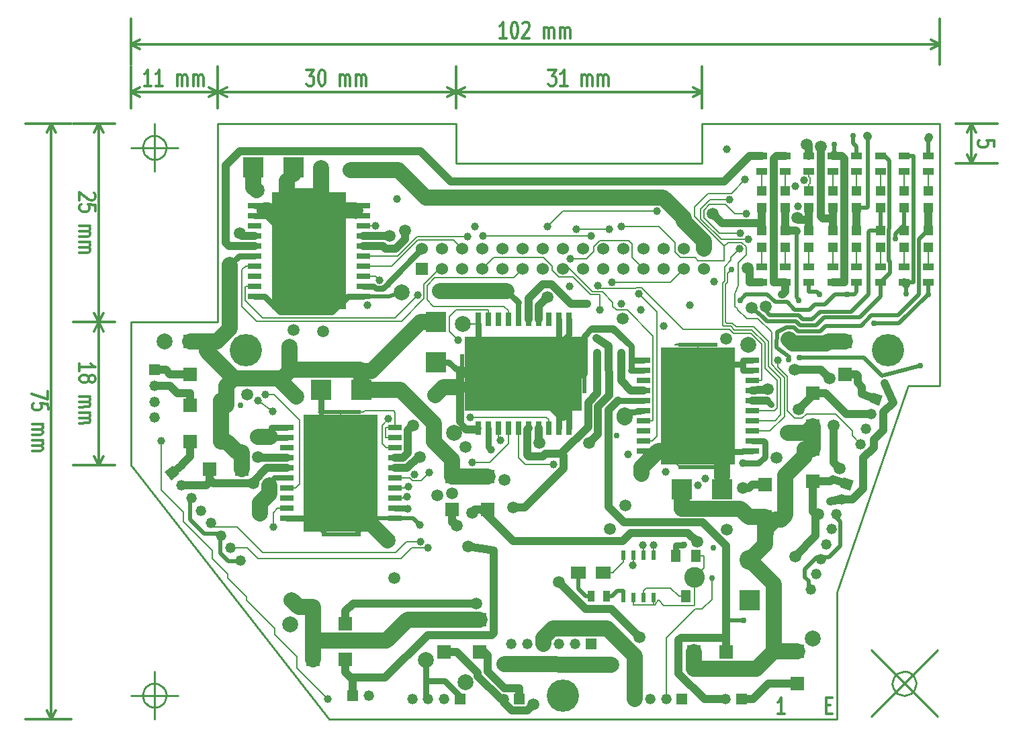
<source format=gtl>
G04 (created by PCBNEW-RS274X (2011-07-20 BZR 3052)-testing) date 2011-07-21 16:28:03*
G01*
G70*
G90*
%MOIN*%
G04 Gerber Fmt 3.4, Leading zero omitted, Abs format*
%FSLAX34Y34*%
G04 APERTURE LIST*
%ADD10C,0.006000*%
%ADD11C,0.012000*%
%ADD12C,0.008700*%
%ADD13C,0.160000*%
%ADD14R,0.020000X0.045000*%
%ADD15R,0.035000X0.055000*%
%ADD16R,0.055000X0.035000*%
%ADD17R,0.196900X0.023400*%
%ADD18R,0.066900X0.027600*%
%ADD19R,0.370100X0.582700*%
%ADD20R,0.023400X0.196900*%
%ADD21R,0.027600X0.066900*%
%ADD22R,0.582700X0.370100*%
%ADD23R,0.052000X0.052000*%
%ADD24C,0.052000*%
%ADD25C,0.060000*%
%ADD26R,0.060000X0.060000*%
%ADD27R,0.066900X0.070800*%
%ADD28R,0.070800X0.066900*%
%ADD29R,0.100300X0.098400*%
%ADD30R,0.098400X0.100300*%
%ADD31R,0.076700X0.059000*%
%ADD32R,0.100000X0.100000*%
%ADD33C,0.100000*%
%ADD34R,0.047200X0.047200*%
%ADD35R,0.050000X0.060000*%
%ADD36C,0.078800*%
%ADD37C,0.039400*%
%ADD38C,0.029500*%
%ADD39C,0.059200*%
%ADD40C,0.059100*%
%ADD41C,0.102400*%
%ADD42C,0.078800*%
%ADD43C,0.031500*%
%ADD44C,0.027400*%
%ADD45C,0.031600*%
%ADD46C,0.008000*%
%ADD47C,0.007900*%
%ADD48C,0.039400*%
%ADD49C,0.019700*%
G04 APERTURE END LIST*
G54D10*
G54D11*
X48298Y-42622D02*
X48498Y-42622D01*
X48584Y-43041D02*
X48298Y-43041D01*
X48298Y-42241D01*
X48584Y-42241D01*
X46235Y-43041D02*
X45892Y-43041D01*
X46064Y-43041D02*
X46064Y-42241D01*
X46007Y-42355D01*
X45949Y-42431D01*
X45892Y-42469D01*
G54D12*
X52363Y-26772D02*
X48819Y-37008D01*
X52756Y-41536D02*
X52744Y-41650D01*
X52711Y-41760D01*
X52657Y-41862D01*
X52584Y-41951D01*
X52495Y-42025D01*
X52394Y-42079D01*
X52284Y-42113D01*
X52170Y-42125D01*
X52056Y-42115D01*
X51945Y-42083D01*
X51843Y-42029D01*
X51754Y-41957D01*
X51680Y-41869D01*
X51624Y-41768D01*
X51589Y-41658D01*
X51577Y-41544D01*
X51586Y-41430D01*
X51618Y-41319D01*
X51671Y-41217D01*
X51742Y-41127D01*
X51830Y-41052D01*
X51930Y-40996D01*
X52040Y-40960D01*
X52154Y-40947D01*
X52268Y-40955D01*
X52379Y-40986D01*
X52482Y-41038D01*
X52572Y-41109D01*
X52648Y-41196D01*
X52704Y-41297D01*
X52741Y-41406D01*
X52755Y-41520D01*
X52756Y-41536D01*
X50513Y-39883D02*
X53819Y-43189D01*
X50513Y-43189D02*
X53819Y-39883D01*
X15551Y-42126D02*
X15539Y-42240D01*
X15506Y-42350D01*
X15452Y-42452D01*
X15379Y-42541D01*
X15290Y-42615D01*
X15189Y-42669D01*
X15079Y-42703D01*
X14965Y-42715D01*
X14851Y-42705D01*
X14740Y-42673D01*
X14638Y-42619D01*
X14549Y-42547D01*
X14475Y-42459D01*
X14419Y-42358D01*
X14384Y-42248D01*
X14372Y-42134D01*
X14381Y-42020D01*
X14413Y-41909D01*
X14466Y-41807D01*
X14537Y-41717D01*
X14625Y-41642D01*
X14725Y-41586D01*
X14835Y-41550D01*
X14949Y-41537D01*
X15063Y-41545D01*
X15174Y-41576D01*
X15277Y-41628D01*
X15367Y-41699D01*
X15443Y-41786D01*
X15499Y-41887D01*
X15536Y-41996D01*
X15550Y-42110D01*
X15551Y-42126D01*
X13780Y-42126D02*
X16142Y-42126D01*
X14961Y-40945D02*
X14961Y-43307D01*
X15551Y-14961D02*
X15539Y-15075D01*
X15506Y-15185D01*
X15452Y-15287D01*
X15379Y-15376D01*
X15290Y-15450D01*
X15189Y-15504D01*
X15079Y-15538D01*
X14965Y-15550D01*
X14851Y-15540D01*
X14740Y-15508D01*
X14638Y-15454D01*
X14549Y-15382D01*
X14475Y-15294D01*
X14419Y-15193D01*
X14384Y-15083D01*
X14372Y-14969D01*
X14381Y-14855D01*
X14413Y-14744D01*
X14466Y-14642D01*
X14537Y-14552D01*
X14625Y-14477D01*
X14725Y-14421D01*
X14835Y-14385D01*
X14949Y-14372D01*
X15063Y-14380D01*
X15174Y-14411D01*
X15277Y-14463D01*
X15367Y-14534D01*
X15443Y-14621D01*
X15499Y-14722D01*
X15536Y-14831D01*
X15550Y-14945D01*
X15551Y-14961D01*
X13780Y-14961D02*
X16142Y-14961D01*
X14961Y-13780D02*
X14961Y-16142D01*
G54D11*
X09677Y-27030D02*
X09678Y-27430D01*
X08878Y-27175D01*
X09679Y-27944D02*
X09678Y-27658D01*
X09297Y-27630D01*
X09335Y-27659D01*
X09374Y-27716D01*
X09374Y-27859D01*
X09336Y-27916D01*
X09298Y-27945D01*
X09222Y-27973D01*
X09032Y-27973D01*
X08955Y-27945D01*
X08917Y-27917D01*
X08879Y-27860D01*
X08879Y-27717D01*
X08916Y-27660D01*
X08954Y-27630D01*
X08880Y-28688D02*
X09414Y-28687D01*
X09337Y-28687D02*
X09375Y-28715D01*
X09414Y-28773D01*
X09415Y-28858D01*
X09376Y-28915D01*
X09300Y-28944D01*
X08881Y-28945D01*
X09300Y-28944D02*
X09376Y-28973D01*
X09415Y-29030D01*
X09415Y-29115D01*
X09376Y-29173D01*
X09300Y-29201D01*
X08881Y-29202D01*
X08882Y-29488D02*
X09416Y-29487D01*
X09339Y-29487D02*
X09377Y-29515D01*
X09416Y-29573D01*
X09416Y-29658D01*
X09377Y-29715D01*
X09301Y-29744D01*
X08882Y-29745D01*
X09301Y-29744D02*
X09377Y-29773D01*
X09416Y-29830D01*
X09416Y-29915D01*
X09377Y-29973D01*
X09302Y-30001D01*
X08883Y-30002D01*
X09844Y-13780D02*
X09844Y-43308D01*
X10827Y-13780D02*
X08564Y-13780D01*
X10827Y-43308D02*
X08564Y-43308D01*
X09844Y-43308D02*
X09614Y-42865D01*
X09844Y-43308D02*
X10074Y-42865D01*
X09844Y-13780D02*
X09614Y-14223D01*
X09844Y-13780D02*
X10074Y-14223D01*
X56627Y-14907D02*
X56627Y-14621D01*
X56246Y-14593D01*
X56284Y-14622D01*
X56322Y-14679D01*
X56322Y-14822D01*
X56284Y-14879D01*
X56246Y-14908D01*
X56170Y-14936D01*
X55980Y-14936D01*
X55903Y-14908D01*
X55865Y-14879D01*
X55827Y-14823D01*
X55827Y-14680D01*
X55865Y-14622D01*
X55903Y-14593D01*
X55511Y-13780D02*
X55511Y-15749D01*
X54725Y-13780D02*
X56791Y-13780D01*
X54725Y-15749D02*
X56791Y-15749D01*
X55511Y-15749D02*
X55281Y-15306D01*
X55511Y-15749D02*
X55741Y-15306D01*
X55511Y-13780D02*
X55281Y-14223D01*
X55511Y-13780D02*
X55741Y-14223D01*
X11240Y-26025D02*
X11239Y-25682D01*
X11240Y-25854D02*
X12040Y-25852D01*
X11926Y-25795D01*
X11850Y-25738D01*
X11811Y-25681D01*
X11698Y-26367D02*
X11736Y-26309D01*
X11774Y-26281D01*
X11850Y-26252D01*
X11888Y-26251D01*
X11964Y-26280D01*
X12003Y-26308D01*
X12041Y-26366D01*
X12041Y-26480D01*
X12003Y-26537D01*
X11965Y-26566D01*
X11889Y-26594D01*
X11851Y-26595D01*
X11775Y-26567D01*
X11736Y-26538D01*
X11698Y-26481D01*
X11698Y-26367D01*
X11660Y-26309D01*
X11621Y-26281D01*
X11545Y-26252D01*
X11393Y-26252D01*
X11316Y-26281D01*
X11279Y-26310D01*
X11241Y-26368D01*
X11241Y-26482D01*
X11279Y-26539D01*
X11317Y-26567D01*
X11394Y-26595D01*
X11546Y-26595D01*
X11622Y-26567D01*
X11660Y-26538D01*
X11698Y-26481D01*
X11242Y-27310D02*
X11776Y-27309D01*
X11699Y-27309D02*
X11737Y-27337D01*
X11776Y-27395D01*
X11777Y-27480D01*
X11738Y-27537D01*
X11662Y-27566D01*
X11243Y-27567D01*
X11662Y-27566D02*
X11738Y-27595D01*
X11777Y-27652D01*
X11777Y-27737D01*
X11738Y-27795D01*
X11662Y-27823D01*
X11243Y-27824D01*
X11244Y-28110D02*
X11778Y-28109D01*
X11701Y-28109D02*
X11739Y-28137D01*
X11778Y-28195D01*
X11778Y-28280D01*
X11739Y-28337D01*
X11663Y-28366D01*
X11244Y-28367D01*
X11663Y-28366D02*
X11739Y-28395D01*
X11778Y-28452D01*
X11778Y-28537D01*
X11739Y-28595D01*
X11664Y-28623D01*
X11245Y-28624D01*
X12206Y-23623D02*
X12206Y-30709D01*
X12993Y-23623D02*
X10926Y-23623D01*
X12993Y-30709D02*
X10926Y-30709D01*
X12206Y-30709D02*
X11976Y-30266D01*
X12206Y-30709D02*
X12436Y-30266D01*
X12206Y-23623D02*
X11976Y-24066D01*
X12206Y-23623D02*
X12436Y-24066D01*
X11963Y-17215D02*
X12001Y-17244D01*
X12040Y-17301D01*
X12040Y-17444D01*
X12002Y-17501D01*
X11964Y-17530D01*
X11888Y-17558D01*
X11812Y-17559D01*
X11697Y-17531D01*
X11239Y-17189D01*
X11240Y-17560D01*
X12041Y-18101D02*
X12040Y-17815D01*
X11659Y-17787D01*
X11697Y-17816D01*
X11736Y-17873D01*
X11736Y-18016D01*
X11698Y-18073D01*
X11660Y-18102D01*
X11584Y-18130D01*
X11394Y-18130D01*
X11317Y-18102D01*
X11279Y-18074D01*
X11241Y-18017D01*
X11241Y-17874D01*
X11278Y-17817D01*
X11316Y-17787D01*
X11242Y-18845D02*
X11776Y-18844D01*
X11699Y-18844D02*
X11737Y-18872D01*
X11776Y-18930D01*
X11777Y-19015D01*
X11738Y-19072D01*
X11662Y-19101D01*
X11243Y-19102D01*
X11662Y-19101D02*
X11738Y-19130D01*
X11777Y-19187D01*
X11777Y-19272D01*
X11738Y-19330D01*
X11662Y-19358D01*
X11243Y-19359D01*
X11244Y-19645D02*
X11778Y-19644D01*
X11701Y-19644D02*
X11739Y-19672D01*
X11778Y-19730D01*
X11778Y-19815D01*
X11739Y-19872D01*
X11663Y-19901D01*
X11244Y-19902D01*
X11663Y-19901D02*
X11739Y-19930D01*
X11778Y-19987D01*
X11778Y-20072D01*
X11739Y-20130D01*
X11664Y-20158D01*
X11245Y-20159D01*
X12206Y-13780D02*
X12206Y-23623D01*
X12993Y-13780D02*
X10926Y-13780D01*
X12993Y-23623D02*
X10926Y-23623D01*
X12206Y-23623D02*
X11976Y-23180D01*
X12206Y-23623D02*
X12436Y-23180D01*
X12206Y-13780D02*
X11976Y-14223D01*
X12206Y-13780D02*
X12436Y-14223D01*
X32430Y-09528D02*
X32087Y-09528D01*
X32259Y-09528D02*
X32259Y-08728D01*
X32202Y-08842D01*
X32144Y-08918D01*
X32087Y-08956D01*
X32801Y-08728D02*
X32858Y-08728D01*
X32915Y-08766D01*
X32944Y-08804D01*
X32973Y-08880D01*
X33001Y-09033D01*
X33001Y-09223D01*
X32973Y-09375D01*
X32944Y-09452D01*
X32915Y-09490D01*
X32858Y-09528D01*
X32801Y-09528D01*
X32744Y-09490D01*
X32715Y-09452D01*
X32687Y-09375D01*
X32658Y-09223D01*
X32658Y-09033D01*
X32687Y-08880D01*
X32715Y-08804D01*
X32744Y-08766D01*
X32801Y-08728D01*
X33229Y-08804D02*
X33258Y-08766D01*
X33315Y-08728D01*
X33458Y-08728D01*
X33515Y-08766D01*
X33544Y-08804D01*
X33572Y-08880D01*
X33572Y-08956D01*
X33544Y-09071D01*
X33201Y-09528D01*
X33572Y-09528D01*
X34286Y-09528D02*
X34286Y-08994D01*
X34286Y-09071D02*
X34314Y-09033D01*
X34372Y-08994D01*
X34457Y-08994D01*
X34514Y-09033D01*
X34543Y-09109D01*
X34543Y-09528D01*
X34543Y-09109D02*
X34572Y-09033D01*
X34629Y-08994D01*
X34714Y-08994D01*
X34772Y-09033D01*
X34800Y-09109D01*
X34800Y-09528D01*
X35086Y-09528D02*
X35086Y-08994D01*
X35086Y-09071D02*
X35114Y-09033D01*
X35172Y-08994D01*
X35257Y-08994D01*
X35314Y-09033D01*
X35343Y-09109D01*
X35343Y-09528D01*
X35343Y-09109D02*
X35372Y-09033D01*
X35429Y-08994D01*
X35514Y-08994D01*
X35572Y-09033D01*
X35600Y-09109D01*
X35600Y-09528D01*
X13780Y-09844D02*
X53937Y-09844D01*
X13780Y-10827D02*
X13780Y-08564D01*
X53937Y-10827D02*
X53937Y-08564D01*
X53937Y-09844D02*
X53494Y-10074D01*
X53937Y-09844D02*
X53494Y-09614D01*
X13780Y-09844D02*
X14223Y-10074D01*
X13780Y-09844D02*
X14223Y-09614D01*
X34511Y-11090D02*
X34882Y-11090D01*
X34682Y-11395D01*
X34768Y-11395D01*
X34825Y-11433D01*
X34854Y-11471D01*
X34882Y-11547D01*
X34882Y-11737D01*
X34854Y-11814D01*
X34825Y-11852D01*
X34768Y-11890D01*
X34596Y-11890D01*
X34539Y-11852D01*
X34511Y-11814D01*
X35453Y-11890D02*
X35110Y-11890D01*
X35282Y-11890D02*
X35282Y-11090D01*
X35225Y-11204D01*
X35167Y-11280D01*
X35110Y-11318D01*
X36167Y-11890D02*
X36167Y-11356D01*
X36167Y-11433D02*
X36195Y-11395D01*
X36253Y-11356D01*
X36338Y-11356D01*
X36395Y-11395D01*
X36424Y-11471D01*
X36424Y-11890D01*
X36424Y-11471D02*
X36453Y-11395D01*
X36510Y-11356D01*
X36595Y-11356D01*
X36653Y-11395D01*
X36681Y-11471D01*
X36681Y-11890D01*
X36967Y-11890D02*
X36967Y-11356D01*
X36967Y-11433D02*
X36995Y-11395D01*
X37053Y-11356D01*
X37138Y-11356D01*
X37195Y-11395D01*
X37224Y-11471D01*
X37224Y-11890D01*
X37224Y-11471D02*
X37253Y-11395D01*
X37310Y-11356D01*
X37395Y-11356D01*
X37453Y-11395D01*
X37481Y-11471D01*
X37481Y-11890D01*
X29922Y-12206D02*
X42126Y-12206D01*
X29922Y-12993D02*
X29922Y-10926D01*
X42126Y-12993D02*
X42126Y-10926D01*
X42126Y-12206D02*
X41683Y-12436D01*
X42126Y-12206D02*
X41683Y-11976D01*
X29922Y-12206D02*
X30365Y-12436D01*
X29922Y-12206D02*
X30365Y-11976D01*
X22503Y-11090D02*
X22874Y-11090D01*
X22674Y-11395D01*
X22760Y-11395D01*
X22817Y-11433D01*
X22846Y-11471D01*
X22874Y-11547D01*
X22874Y-11737D01*
X22846Y-11814D01*
X22817Y-11852D01*
X22760Y-11890D01*
X22588Y-11890D01*
X22531Y-11852D01*
X22503Y-11814D01*
X23245Y-11090D02*
X23302Y-11090D01*
X23359Y-11128D01*
X23388Y-11166D01*
X23417Y-11242D01*
X23445Y-11395D01*
X23445Y-11585D01*
X23417Y-11737D01*
X23388Y-11814D01*
X23359Y-11852D01*
X23302Y-11890D01*
X23245Y-11890D01*
X23188Y-11852D01*
X23159Y-11814D01*
X23131Y-11737D01*
X23102Y-11585D01*
X23102Y-11395D01*
X23131Y-11242D01*
X23159Y-11166D01*
X23188Y-11128D01*
X23245Y-11090D01*
X24159Y-11890D02*
X24159Y-11356D01*
X24159Y-11433D02*
X24187Y-11395D01*
X24245Y-11356D01*
X24330Y-11356D01*
X24387Y-11395D01*
X24416Y-11471D01*
X24416Y-11890D01*
X24416Y-11471D02*
X24445Y-11395D01*
X24502Y-11356D01*
X24587Y-11356D01*
X24645Y-11395D01*
X24673Y-11471D01*
X24673Y-11890D01*
X24959Y-11890D02*
X24959Y-11356D01*
X24959Y-11433D02*
X24987Y-11395D01*
X25045Y-11356D01*
X25130Y-11356D01*
X25187Y-11395D01*
X25216Y-11471D01*
X25216Y-11890D01*
X25216Y-11471D02*
X25245Y-11395D01*
X25302Y-11356D01*
X25387Y-11356D01*
X25445Y-11395D01*
X25473Y-11471D01*
X25473Y-11890D01*
X18111Y-12206D02*
X29922Y-12206D01*
X18111Y-12993D02*
X18111Y-10926D01*
X29922Y-12993D02*
X29922Y-10926D01*
X29922Y-12206D02*
X29479Y-12436D01*
X29922Y-12206D02*
X29479Y-11976D01*
X18111Y-12206D02*
X18554Y-12436D01*
X18111Y-12206D02*
X18554Y-11976D01*
G54D12*
X42126Y-15749D02*
X29922Y-15749D01*
X42126Y-13780D02*
X42126Y-15749D01*
X53937Y-13780D02*
X42126Y-13780D01*
X29922Y-13780D02*
X29922Y-15749D01*
X18111Y-13780D02*
X29922Y-13780D01*
X18111Y-21654D02*
X18111Y-13780D01*
X53937Y-26772D02*
X53937Y-13780D01*
X52363Y-26772D02*
X53937Y-26772D01*
X48819Y-37008D02*
X48819Y-43308D01*
X37796Y-43308D02*
X48819Y-43308D01*
X23623Y-43308D02*
X33859Y-43308D01*
G54D11*
X14803Y-11890D02*
X14460Y-11890D01*
X14632Y-11890D02*
X14632Y-11090D01*
X14575Y-11204D01*
X14517Y-11280D01*
X14460Y-11318D01*
X15374Y-11890D02*
X15031Y-11890D01*
X15203Y-11890D02*
X15203Y-11090D01*
X15146Y-11204D01*
X15088Y-11280D01*
X15031Y-11318D01*
X16088Y-11890D02*
X16088Y-11356D01*
X16088Y-11433D02*
X16116Y-11395D01*
X16174Y-11356D01*
X16259Y-11356D01*
X16316Y-11395D01*
X16345Y-11471D01*
X16345Y-11890D01*
X16345Y-11471D02*
X16374Y-11395D01*
X16431Y-11356D01*
X16516Y-11356D01*
X16574Y-11395D01*
X16602Y-11471D01*
X16602Y-11890D01*
X16888Y-11890D02*
X16888Y-11356D01*
X16888Y-11433D02*
X16916Y-11395D01*
X16974Y-11356D01*
X17059Y-11356D01*
X17116Y-11395D01*
X17145Y-11471D01*
X17145Y-11890D01*
X17145Y-11471D02*
X17174Y-11395D01*
X17231Y-11356D01*
X17316Y-11356D01*
X17374Y-11395D01*
X17402Y-11471D01*
X17402Y-11890D01*
X13780Y-12206D02*
X18111Y-12206D01*
X13780Y-12993D02*
X13780Y-10926D01*
X18111Y-12993D02*
X18111Y-10926D01*
X18111Y-12206D02*
X17668Y-12436D01*
X18111Y-12206D02*
X17668Y-11976D01*
X13780Y-12206D02*
X14223Y-12436D01*
X13780Y-12206D02*
X14223Y-11976D01*
G54D12*
X33859Y-43308D02*
X37796Y-43308D01*
X23623Y-43308D02*
X13780Y-30709D01*
X13780Y-23623D02*
X13780Y-30709D01*
X18111Y-23623D02*
X13780Y-23623D01*
X18111Y-21654D02*
X18111Y-23623D01*
G54D13*
X51378Y-25000D03*
X19489Y-25000D03*
X35237Y-42126D03*
G54D14*
X38227Y-35171D03*
X38227Y-37271D03*
X38727Y-35171D03*
X39227Y-35171D03*
X39727Y-35171D03*
X38727Y-37271D03*
X39227Y-37271D03*
X39727Y-37271D03*
G54D15*
X37383Y-37205D03*
X36633Y-37205D03*
G54D16*
X53348Y-15374D03*
X53348Y-16124D03*
X53348Y-21635D03*
X53348Y-20885D03*
X52166Y-15374D03*
X52166Y-16124D03*
X52166Y-21635D03*
X52166Y-20885D03*
X50985Y-15374D03*
X50985Y-16124D03*
X50985Y-21635D03*
X50985Y-20885D03*
X49804Y-15374D03*
X49804Y-16124D03*
X49804Y-21635D03*
X49804Y-20885D03*
X48623Y-15374D03*
X48623Y-16124D03*
X48623Y-21635D03*
X48623Y-20885D03*
X47443Y-15374D03*
X47443Y-16124D03*
X47443Y-21635D03*
X47443Y-20885D03*
X46261Y-15374D03*
X46261Y-16124D03*
X46261Y-21635D03*
X46261Y-20885D03*
X45080Y-15374D03*
X45080Y-16124D03*
X45080Y-21635D03*
X45080Y-20885D03*
G54D17*
X22638Y-23119D03*
G54D18*
X19942Y-17829D03*
X19942Y-18329D03*
X19942Y-18829D03*
X19942Y-19329D03*
X19942Y-19829D03*
X19942Y-20329D03*
X19942Y-20829D03*
X19942Y-21329D03*
X19942Y-21829D03*
X19942Y-22329D03*
X25334Y-22329D03*
X25334Y-21829D03*
X25334Y-21329D03*
X25334Y-20829D03*
X25334Y-20329D03*
X25334Y-19829D03*
X25334Y-19329D03*
X25334Y-18829D03*
X25334Y-18329D03*
X25334Y-17829D03*
G54D19*
X22628Y-20089D03*
G54D17*
X22638Y-17059D03*
X24213Y-34143D03*
G54D18*
X21517Y-28853D03*
X21517Y-29353D03*
X21517Y-29853D03*
X21517Y-30353D03*
X21517Y-30853D03*
X21517Y-31353D03*
X21517Y-31853D03*
X21517Y-32353D03*
X21517Y-32853D03*
X21517Y-33353D03*
X26909Y-33353D03*
X26909Y-32853D03*
X26909Y-32353D03*
X26909Y-31853D03*
X26909Y-31353D03*
X26909Y-30853D03*
X26909Y-30353D03*
X26909Y-29853D03*
X26909Y-29353D03*
X26909Y-28853D03*
G54D19*
X24203Y-31113D03*
G54D17*
X24213Y-28083D03*
G54D20*
X30228Y-26182D03*
G54D21*
X35518Y-23486D03*
X35018Y-23486D03*
X34518Y-23486D03*
X34018Y-23486D03*
X33518Y-23486D03*
X33018Y-23486D03*
X32518Y-23486D03*
X32018Y-23486D03*
X31518Y-23486D03*
X31018Y-23486D03*
X31018Y-28878D03*
X31518Y-28878D03*
X32018Y-28878D03*
X32518Y-28878D03*
X33018Y-28878D03*
X33518Y-28878D03*
X34018Y-28878D03*
X34518Y-28878D03*
X35018Y-28878D03*
X35518Y-28878D03*
G54D22*
X33258Y-26172D03*
G54D20*
X36288Y-26182D03*
G54D17*
X41930Y-30796D03*
G54D18*
X39234Y-25506D03*
X39234Y-26006D03*
X39234Y-26506D03*
X39234Y-27006D03*
X39234Y-27506D03*
X39234Y-28006D03*
X39234Y-28506D03*
X39234Y-29006D03*
X39234Y-29506D03*
X39234Y-30006D03*
X44626Y-30006D03*
X44626Y-29506D03*
X44626Y-29006D03*
X44626Y-28506D03*
X44626Y-28006D03*
X44626Y-27506D03*
X44626Y-27006D03*
X44626Y-26506D03*
X44626Y-26006D03*
X44626Y-25506D03*
G54D19*
X41920Y-27766D03*
G54D17*
X41930Y-24736D03*
G54D23*
X36614Y-39567D03*
G54D24*
X35827Y-39567D03*
X35039Y-39567D03*
X34253Y-39567D03*
X33465Y-39567D03*
X32678Y-39567D03*
G54D23*
X30118Y-42323D03*
G54D24*
X29330Y-42323D03*
X28544Y-42323D03*
X27756Y-42323D03*
G54D10*
G36*
X50939Y-27757D02*
X50448Y-27588D01*
X50617Y-27097D01*
X51108Y-27266D01*
X50939Y-27757D01*
X50939Y-27757D01*
G37*
G54D24*
X50522Y-28172D03*
X50266Y-28916D03*
X50010Y-29661D03*
G54D23*
X14961Y-25984D03*
G54D24*
X14961Y-26772D03*
X14961Y-27558D03*
X14961Y-28346D03*
G54D23*
X41142Y-42323D03*
G54D24*
X40354Y-42323D03*
X39568Y-42323D03*
X38780Y-42323D03*
G54D23*
X33071Y-42323D03*
G54D24*
X32284Y-42323D03*
G54D23*
X24804Y-42126D03*
G54D24*
X25591Y-42126D03*
G54D23*
X44095Y-42323D03*
G54D24*
X43308Y-42323D03*
G54D25*
X42237Y-20973D03*
X42237Y-19973D03*
X41237Y-19973D03*
X41237Y-20973D03*
G54D26*
X28237Y-20973D03*
G54D25*
X28237Y-19973D03*
X29237Y-20973D03*
X29237Y-19973D03*
X30237Y-20973D03*
X30237Y-19973D03*
X31237Y-20973D03*
X31237Y-19973D03*
X32237Y-20973D03*
X32237Y-19973D03*
X33237Y-20973D03*
X33237Y-19973D03*
X34237Y-20973D03*
X34237Y-19973D03*
X35237Y-20973D03*
X35237Y-19973D03*
X36237Y-20973D03*
X36237Y-19973D03*
X37237Y-20973D03*
X37237Y-19973D03*
X38237Y-20973D03*
X38237Y-19973D03*
X39237Y-20973D03*
X39237Y-19973D03*
X40237Y-20973D03*
X40237Y-19973D03*
G54D27*
X47638Y-27146D03*
X47638Y-28760D03*
X49213Y-26201D03*
X49213Y-24587D03*
G54D28*
X16713Y-27756D03*
X18327Y-27756D03*
G54D27*
X16733Y-26201D03*
X16733Y-24587D03*
X46851Y-41556D03*
X46851Y-39942D03*
G54D28*
X43327Y-39961D03*
X41713Y-39961D03*
G54D27*
X29725Y-32894D03*
X29725Y-31280D03*
X31497Y-32894D03*
X31497Y-31280D03*
G54D28*
X24430Y-38583D03*
X22816Y-38583D03*
X24430Y-40355D03*
X22816Y-40355D03*
G54D27*
X29331Y-39981D03*
X29331Y-38367D03*
G54D28*
X16713Y-29528D03*
X18327Y-29528D03*
X17697Y-30906D03*
X19311Y-30906D03*
G54D27*
X47638Y-31516D03*
X47638Y-29902D03*
X45276Y-31674D03*
X45276Y-33288D03*
X31103Y-39981D03*
X31103Y-38367D03*
G54D29*
X25213Y-26969D03*
X23213Y-26969D03*
X41127Y-31890D03*
X43127Y-31890D03*
G54D30*
X28937Y-23607D03*
X28937Y-25607D03*
G54D29*
X19867Y-15945D03*
X21867Y-15945D03*
G54D31*
X35990Y-36024D03*
X37240Y-36024D03*
G54D32*
X44489Y-37418D03*
G54D33*
X44489Y-35418D03*
G54D34*
X45079Y-19077D03*
X45079Y-19903D03*
X45080Y-17107D03*
X45080Y-17933D03*
X46261Y-19076D03*
X46261Y-19902D03*
X46261Y-17107D03*
X46261Y-17933D03*
X47443Y-19076D03*
X47443Y-19902D03*
X47443Y-17107D03*
X47443Y-17933D03*
X48623Y-19076D03*
X48623Y-19902D03*
X48623Y-17107D03*
X48623Y-17933D03*
X49804Y-19076D03*
X49804Y-19902D03*
X49804Y-17107D03*
X49804Y-17933D03*
X50985Y-19076D03*
X50985Y-19902D03*
X50985Y-17107D03*
X50985Y-17933D03*
X52166Y-19076D03*
X52166Y-19902D03*
X52166Y-17107D03*
X52166Y-17933D03*
X53348Y-19076D03*
X53348Y-19902D03*
X53348Y-17107D03*
X53348Y-17933D03*
G54D10*
G36*
X16189Y-31142D02*
X15779Y-31462D01*
X15459Y-31052D01*
X15869Y-30732D01*
X16189Y-31142D01*
X16189Y-31142D01*
G37*
G54D24*
X16308Y-31717D03*
X16793Y-32337D03*
X17278Y-32958D03*
X17762Y-33578D03*
X18247Y-34199D03*
X18732Y-34819D03*
X19216Y-35439D03*
G54D10*
G36*
X49484Y-31977D02*
X48993Y-31808D01*
X49162Y-31317D01*
X49653Y-31486D01*
X49484Y-31977D01*
X49484Y-31977D01*
G37*
G54D24*
X49067Y-32391D03*
X48810Y-33135D03*
X48554Y-33880D03*
X48298Y-34624D03*
X48042Y-35369D03*
X47785Y-36113D03*
X47529Y-36857D03*
G54D35*
X41839Y-35221D03*
X41339Y-37221D03*
X40839Y-35221D03*
G54D36*
X29135Y-22073D03*
X46447Y-24459D03*
X44427Y-24755D03*
X21755Y-37393D03*
X21982Y-27293D03*
X46388Y-29115D03*
X21674Y-24833D03*
X26883Y-26981D03*
X24693Y-16063D03*
X38281Y-28344D03*
X20024Y-17064D03*
X20207Y-33107D03*
G54D37*
X44154Y-30607D03*
X40341Y-31025D03*
X38465Y-30168D03*
X43377Y-15025D03*
X27005Y-17502D03*
X27512Y-32862D03*
X31674Y-29951D03*
G54D38*
X41244Y-34627D03*
G54D37*
X42738Y-21593D03*
X25545Y-22782D03*
X26132Y-21536D03*
X35602Y-20463D03*
X45906Y-25512D03*
X40237Y-23810D03*
X37678Y-21644D03*
X28512Y-34807D03*
G54D38*
X42705Y-34804D03*
G54D37*
X37077Y-23022D03*
X20478Y-27203D03*
X44444Y-19504D03*
X43492Y-17540D03*
X27510Y-32258D03*
X44038Y-19217D03*
X44338Y-18226D03*
X37538Y-19019D03*
X35905Y-19019D03*
X32129Y-29481D03*
X38145Y-18881D03*
X44277Y-16552D03*
X41930Y-31693D03*
X41530Y-22777D03*
X39095Y-23004D03*
X25935Y-18834D03*
X23550Y-42300D03*
X15300Y-29500D03*
X20099Y-27520D03*
X20827Y-28032D03*
G54D38*
X42623Y-36304D03*
G54D37*
X26567Y-28412D03*
X27557Y-31782D03*
X30639Y-28330D03*
X30715Y-30575D03*
X35561Y-21851D03*
X36963Y-21797D03*
G54D38*
X43583Y-21014D03*
G54D37*
X28164Y-34500D03*
X42284Y-31369D03*
G54D36*
X30394Y-41457D03*
X32344Y-40582D03*
X37638Y-40591D03*
G54D39*
X42659Y-18249D03*
X19192Y-19211D03*
G54D38*
X26034Y-15144D03*
G54D39*
X44396Y-20930D03*
X19578Y-27208D03*
G54D38*
X46939Y-22550D03*
G54D39*
X27379Y-19087D03*
X26625Y-19329D03*
X21873Y-23995D03*
X23337Y-24063D03*
X26854Y-36294D03*
X43354Y-33908D03*
G54D38*
X46095Y-22247D03*
G54D39*
X46934Y-27954D03*
X46861Y-18455D03*
X20109Y-30323D03*
X19853Y-31614D03*
X37559Y-33868D03*
X47344Y-14792D03*
G54D38*
X47948Y-22240D03*
G54D39*
X28137Y-30291D03*
X29002Y-32208D03*
X29715Y-32107D03*
X46747Y-35234D03*
X47891Y-33132D03*
X45827Y-30355D03*
X46718Y-25961D03*
X48476Y-26396D03*
X48038Y-14899D03*
G54D37*
X48504Y-32520D03*
G54D38*
X51191Y-26634D03*
X48701Y-14794D03*
G54D39*
X44171Y-31855D03*
X38337Y-32707D03*
X30407Y-29807D03*
X27791Y-28726D03*
G54D38*
X50327Y-14370D03*
G54D40*
X38199Y-23426D03*
G54D39*
X34459Y-22370D03*
G54D38*
X36437Y-22697D03*
X36428Y-22697D03*
X36418Y-22697D03*
X44026Y-22530D03*
G54D39*
X33777Y-42559D03*
X48965Y-30875D03*
X48662Y-28731D03*
G54D38*
X49633Y-14370D03*
X49313Y-22229D03*
X36929Y-25131D03*
G54D39*
X45286Y-22855D03*
X32760Y-32801D03*
X30522Y-34725D03*
X36530Y-29605D03*
X44587Y-22914D03*
G54D38*
X36910Y-24410D03*
G54D39*
X34056Y-29610D03*
X30941Y-37566D03*
G54D38*
X52953Y-25788D03*
X46949Y-25374D03*
G54D39*
X43336Y-24437D03*
G54D38*
X51723Y-19479D03*
G54D39*
X35045Y-36516D03*
X39021Y-39226D03*
G54D38*
X38119Y-25127D03*
X52274Y-22218D03*
X44203Y-38396D03*
X46437Y-25463D03*
G54D40*
X32323Y-31437D03*
G54D38*
X45561Y-27717D03*
G54D40*
X29960Y-33690D03*
G54D39*
X45394Y-26939D03*
X41882Y-34521D03*
X30732Y-33072D03*
G54D38*
X53348Y-22244D03*
X53401Y-14450D03*
X50650Y-23689D03*
G54D37*
X28034Y-22266D03*
X30479Y-19379D03*
X39886Y-18118D03*
X34454Y-18886D03*
X27878Y-31182D03*
X20853Y-33784D03*
X46902Y-17860D03*
X46759Y-16863D03*
X30860Y-18861D03*
X28595Y-31087D03*
X31276Y-19344D03*
X36615Y-19344D03*
X30039Y-24510D03*
X38121Y-22697D03*
X34753Y-30679D03*
X39009Y-22216D03*
X43999Y-19982D03*
X47180Y-16571D03*
G54D36*
X21693Y-38623D03*
X26536Y-34430D03*
X28908Y-27225D03*
X47638Y-39311D03*
X15463Y-24587D03*
G54D38*
X19233Y-27756D03*
X37904Y-29233D03*
G54D36*
X28420Y-40376D03*
X30262Y-23692D03*
X27224Y-22129D03*
X39144Y-31093D03*
G54D41*
X41770Y-36268D03*
G54D36*
X23238Y-15985D03*
G54D37*
X28124Y-33689D03*
G54D36*
X20089Y-29316D03*
X29833Y-29092D03*
G54D37*
X39203Y-34680D03*
X38683Y-35683D03*
X39727Y-34678D03*
G54D42*
X22816Y-38583D02*
X22816Y-37753D01*
X46388Y-29115D02*
X47283Y-29115D01*
X47283Y-29115D02*
X47638Y-28760D01*
X47638Y-28760D02*
X47638Y-29902D01*
X22816Y-40355D02*
X22816Y-39412D01*
G54D43*
X19942Y-20329D02*
X19160Y-20329D01*
G54D42*
X18052Y-24587D02*
X17549Y-24587D01*
X18701Y-23938D02*
X18052Y-24587D01*
X18701Y-20788D02*
X18701Y-23938D01*
G54D43*
X19160Y-20329D02*
X18701Y-20788D01*
G54D42*
X46388Y-29115D02*
X46388Y-29115D01*
X42237Y-19618D02*
X42237Y-19973D01*
X41227Y-18608D02*
X42237Y-19618D01*
X41227Y-18448D02*
X41227Y-18608D01*
X40204Y-17425D02*
X41227Y-18448D01*
X28413Y-17425D02*
X40204Y-17425D01*
X27051Y-16063D02*
X28413Y-17425D01*
X24693Y-16063D02*
X27051Y-16063D01*
X26467Y-39412D02*
X22816Y-39412D01*
X27512Y-38367D02*
X26467Y-39412D01*
X29331Y-38367D02*
X27512Y-38367D01*
X45277Y-34137D02*
X45276Y-34137D01*
X45299Y-34115D02*
X45277Y-34137D01*
X45299Y-33858D02*
X45299Y-34115D01*
X45763Y-33394D02*
X45299Y-33858D01*
X46055Y-33394D02*
X45763Y-33394D01*
X46085Y-33364D02*
X46055Y-33394D01*
X46086Y-33364D02*
X46085Y-33364D01*
X46266Y-33184D02*
X46086Y-33364D01*
X46266Y-31218D02*
X46266Y-33184D01*
X47224Y-30260D02*
X46266Y-31218D01*
X47224Y-29902D02*
X47224Y-30260D01*
X45686Y-39942D02*
X46851Y-39942D01*
X44838Y-40790D02*
X45686Y-39942D01*
X41713Y-40790D02*
X44838Y-40790D01*
X45686Y-36615D02*
X44489Y-35418D01*
X45686Y-39942D02*
X45686Y-36615D01*
X45276Y-34631D02*
X45276Y-34137D01*
X44489Y-35418D02*
X45276Y-34631D01*
X21193Y-26504D02*
X21982Y-27293D01*
X25732Y-26048D02*
X25213Y-26048D01*
X28173Y-23607D02*
X25732Y-26048D01*
X26222Y-26981D02*
X26883Y-26981D01*
X26210Y-26969D02*
X26222Y-26981D01*
X18516Y-26773D02*
X18516Y-27756D01*
X18896Y-26393D02*
X18516Y-26773D01*
X21082Y-26393D02*
X18896Y-26393D01*
X21193Y-26504D02*
X21082Y-26393D01*
X25147Y-25982D02*
X21715Y-25982D01*
X25213Y-26048D02*
X25147Y-25982D01*
X41127Y-31890D02*
X41127Y-32877D01*
X32436Y-22073D02*
X29135Y-22073D01*
G54D43*
X33018Y-22655D02*
X32436Y-22073D01*
G54D42*
X21671Y-25938D02*
X21715Y-25982D01*
X21674Y-24833D02*
X21671Y-25938D01*
X25213Y-26048D02*
X25213Y-26969D01*
X18516Y-27756D02*
X18327Y-27756D01*
X18270Y-27510D02*
X18516Y-27756D01*
X18270Y-29528D02*
X18270Y-27510D01*
X29331Y-38367D02*
X31103Y-38367D01*
G54D44*
X33018Y-22655D02*
X33018Y-23486D01*
G54D42*
X49213Y-24587D02*
X48384Y-24587D01*
X21193Y-26504D02*
X21715Y-25982D01*
X22115Y-37753D02*
X22816Y-37753D01*
X21755Y-37393D02*
X22115Y-37753D01*
X29725Y-31280D02*
X31497Y-31280D01*
X19892Y-16932D02*
X20024Y-17064D01*
X19867Y-16932D02*
X19892Y-16932D01*
X25213Y-26969D02*
X26210Y-26969D01*
X19311Y-30906D02*
X19311Y-30077D01*
X19089Y-30077D02*
X19311Y-30077D01*
X18540Y-29528D02*
X19089Y-30077D01*
X18540Y-29528D02*
X18270Y-29528D01*
X18327Y-29528D02*
X18540Y-29528D01*
X28937Y-23607D02*
X28173Y-23607D01*
X45276Y-33288D02*
X45276Y-34137D01*
X19867Y-15945D02*
X19867Y-16932D01*
G54D43*
X39234Y-28006D02*
X38422Y-28093D01*
G54D44*
X38575Y-28093D02*
X38422Y-28093D01*
X38422Y-28093D02*
X38575Y-28093D01*
G54D42*
X41713Y-39961D02*
X41713Y-40790D01*
X22816Y-38583D02*
X22816Y-39412D01*
X47638Y-29902D02*
X47224Y-29902D01*
X45276Y-33288D02*
X44446Y-33288D01*
X48297Y-24674D02*
X48384Y-24587D01*
X46624Y-24674D02*
X48297Y-24674D01*
X46423Y-24473D02*
X46624Y-24674D01*
X46447Y-24459D02*
X46423Y-24473D01*
X29725Y-31280D02*
X29725Y-30431D01*
X27165Y-26981D02*
X26883Y-26981D01*
X28825Y-28641D02*
X27165Y-26981D01*
X28825Y-29531D02*
X28825Y-28641D01*
X29725Y-30431D02*
X28825Y-29531D01*
X44035Y-32877D02*
X41127Y-32877D01*
X44446Y-33288D02*
X44035Y-32877D01*
X38281Y-28234D02*
X38281Y-28344D01*
G54D43*
X38422Y-28093D02*
X38281Y-28234D01*
G54D44*
X21517Y-31353D02*
X20945Y-31353D01*
X20649Y-31649D02*
X20649Y-31710D01*
X20945Y-31353D02*
X20649Y-31649D01*
G54D42*
X20207Y-32569D02*
X20207Y-33107D01*
X20649Y-32127D02*
X20207Y-32569D01*
X20649Y-31710D02*
X20649Y-32127D01*
X16733Y-24587D02*
X17549Y-24587D01*
X17549Y-25046D02*
X17549Y-24587D01*
X18896Y-26393D02*
X17549Y-25046D01*
G54D45*
X31518Y-29795D02*
X31674Y-29951D01*
X31518Y-28878D02*
X31518Y-29795D01*
X26552Y-21658D02*
X28237Y-19973D01*
X26552Y-21710D02*
X26552Y-21658D01*
X26306Y-21956D02*
X26552Y-21710D01*
X25959Y-21956D02*
X26306Y-21956D01*
X25832Y-21829D02*
X25959Y-21956D01*
X25334Y-21829D02*
X25832Y-21829D01*
X44938Y-30607D02*
X44154Y-30607D01*
X45248Y-30297D02*
X44938Y-30607D01*
X45248Y-29570D02*
X45248Y-30297D01*
X45184Y-29506D02*
X45248Y-29570D01*
X44626Y-29506D02*
X45184Y-29506D01*
X27503Y-32853D02*
X27512Y-32862D01*
X26909Y-32853D02*
X27503Y-32853D01*
X41209Y-34662D02*
X41244Y-34627D01*
X40839Y-34662D02*
X41209Y-34662D01*
X40839Y-35221D02*
X40839Y-34662D01*
G54D46*
X19942Y-20829D02*
X19503Y-20829D01*
X19309Y-21023D02*
X19503Y-20829D01*
X19309Y-22836D02*
X19309Y-21023D01*
X20031Y-23558D02*
X19309Y-22836D01*
X27213Y-23558D02*
X20031Y-23558D01*
X28337Y-22434D02*
X27213Y-23558D01*
X28337Y-21741D02*
X28337Y-22434D01*
X29105Y-20973D02*
X28337Y-21741D01*
X29237Y-20973D02*
X29105Y-20973D01*
X25925Y-21329D02*
X26132Y-21536D01*
X25334Y-21329D02*
X25925Y-21329D01*
X38660Y-20396D02*
X39237Y-20973D01*
X38660Y-19748D02*
X38660Y-20396D01*
X38479Y-19567D02*
X38660Y-19748D01*
X37071Y-19567D02*
X38479Y-19567D01*
X36773Y-19865D02*
X37071Y-19567D01*
X36773Y-20101D02*
X36773Y-19865D01*
X36411Y-20463D02*
X36773Y-20101D01*
X35602Y-20463D02*
X36411Y-20463D01*
G54D47*
X45906Y-25512D02*
X45906Y-25827D01*
X49597Y-29248D02*
X50010Y-29661D01*
X49597Y-28997D02*
X49597Y-29248D01*
X48760Y-28160D02*
X49597Y-28997D01*
X47313Y-28160D02*
X48760Y-28160D01*
X47106Y-28367D02*
X47313Y-28160D01*
X46724Y-28367D02*
X47106Y-28367D01*
X46378Y-28021D02*
X46724Y-28367D01*
X46378Y-26299D02*
X46378Y-28021D01*
X45906Y-25827D02*
X46378Y-26299D01*
X27835Y-34807D02*
X27723Y-34807D01*
X20089Y-35335D02*
X19561Y-34807D01*
X27195Y-35335D02*
X20089Y-35335D01*
X27723Y-34807D02*
X27195Y-35335D01*
G54D46*
X28512Y-34807D02*
X27835Y-34807D01*
X19561Y-34807D02*
X18744Y-34807D01*
X18744Y-34807D02*
X18732Y-34819D01*
X40558Y-21652D02*
X37678Y-21644D01*
X41237Y-20973D02*
X40558Y-21652D01*
X36584Y-22244D02*
X37077Y-22244D01*
X37077Y-22244D02*
X37077Y-23022D01*
X35724Y-21384D02*
X36584Y-22244D01*
X35014Y-21384D02*
X35724Y-21384D01*
X34685Y-21055D02*
X35014Y-21384D01*
X34685Y-20846D02*
X34685Y-21055D01*
X34259Y-20420D02*
X34685Y-20846D01*
X31790Y-20420D02*
X34259Y-20420D01*
X31237Y-20973D02*
X31790Y-20420D01*
X20908Y-27203D02*
X20478Y-27203D01*
X22174Y-28469D02*
X20908Y-27203D01*
X22174Y-31636D02*
X22174Y-28469D01*
X21957Y-31853D02*
X22174Y-31636D01*
X21517Y-31853D02*
X21957Y-31853D01*
X44429Y-19519D02*
X44444Y-19504D01*
X43105Y-19519D02*
X44429Y-19519D01*
X42077Y-18491D02*
X43105Y-19519D01*
X42077Y-18005D02*
X42077Y-18491D01*
X42542Y-17540D02*
X42077Y-18005D01*
X43492Y-17540D02*
X42542Y-17540D01*
X27444Y-32258D02*
X27510Y-32258D01*
X27349Y-32353D02*
X27444Y-32258D01*
X26909Y-32353D02*
X27349Y-32353D01*
X43009Y-19217D02*
X44038Y-19217D01*
X42222Y-18430D02*
X43009Y-19217D01*
X42222Y-18066D02*
X42222Y-18430D01*
X42503Y-17785D02*
X42222Y-18066D01*
X43310Y-17785D02*
X42503Y-17785D01*
X43751Y-18226D02*
X43310Y-17785D01*
X44338Y-18226D02*
X43751Y-18226D01*
X35905Y-19019D02*
X37538Y-19019D01*
X32790Y-21420D02*
X33237Y-20973D01*
X28864Y-21420D02*
X32790Y-21420D01*
X28482Y-21802D02*
X28864Y-21420D01*
X28482Y-22512D02*
X28482Y-21802D01*
X28804Y-22834D02*
X28482Y-22512D01*
X32305Y-22834D02*
X28804Y-22834D01*
X32518Y-23047D02*
X32305Y-22834D01*
X32518Y-23486D02*
X32518Y-23047D01*
X32018Y-29370D02*
X32129Y-29481D01*
X32018Y-28878D02*
X32018Y-29370D01*
G54D47*
X35542Y-20955D02*
X35255Y-20955D01*
X35255Y-20955D02*
X35237Y-20973D01*
G54D46*
X36687Y-22100D02*
X35542Y-20955D01*
X35542Y-20955D02*
X35536Y-20949D01*
X37183Y-22100D02*
X36687Y-22100D01*
X37711Y-22628D02*
X37183Y-22100D01*
X37711Y-22826D02*
X37711Y-22628D01*
X37891Y-23006D02*
X37711Y-22826D01*
X38417Y-23006D02*
X37891Y-23006D01*
X39711Y-24300D02*
X38417Y-23006D01*
X39711Y-28469D02*
X39711Y-24300D01*
X39674Y-28506D02*
X39711Y-28469D01*
X39234Y-28506D02*
X39674Y-28506D01*
G54D47*
X45886Y-26024D02*
X45581Y-25719D01*
X45581Y-25719D02*
X45581Y-25601D01*
X45581Y-25719D02*
X45581Y-25719D01*
X43885Y-22993D02*
X43885Y-22950D01*
X43759Y-22824D02*
X43759Y-22834D01*
X43885Y-22950D02*
X43759Y-22824D01*
X43944Y-21741D02*
X43944Y-21795D01*
X43750Y-22207D02*
X43759Y-22834D01*
X43944Y-21795D02*
X43750Y-22207D01*
G54D46*
X43944Y-20658D02*
X43944Y-21741D01*
X44315Y-20287D02*
X43944Y-20658D01*
X44315Y-19869D02*
X44315Y-20287D01*
X44110Y-19664D02*
X44315Y-19869D01*
X43424Y-19664D02*
X44110Y-19664D01*
X43232Y-19856D02*
X43424Y-19664D01*
X43885Y-22993D02*
X43885Y-23001D01*
X43885Y-23001D02*
X44354Y-23456D01*
X44354Y-23456D02*
X44889Y-23456D01*
X44889Y-23456D02*
X45581Y-24115D01*
X45581Y-24115D02*
X45581Y-25548D01*
X45581Y-25548D02*
X45581Y-25601D01*
X46221Y-26359D02*
X46221Y-28295D01*
X46221Y-28295D02*
X45510Y-29006D01*
X44626Y-29006D02*
X45510Y-29006D01*
X45886Y-26024D02*
X46221Y-26359D01*
X43232Y-19856D02*
X43232Y-20564D01*
X41762Y-18386D02*
X43232Y-19856D01*
X41762Y-17903D02*
X41762Y-18386D01*
X42428Y-17237D02*
X41762Y-17903D01*
X43592Y-17237D02*
X42428Y-17237D01*
X44277Y-16552D02*
X43592Y-17237D01*
X41928Y-20564D02*
X43232Y-20564D01*
X41781Y-20417D02*
X41928Y-20564D01*
X41057Y-20417D02*
X41781Y-20417D01*
X40796Y-20156D02*
X41057Y-20417D01*
X40796Y-19680D02*
X40796Y-20156D01*
X39997Y-18881D02*
X40796Y-19680D01*
X38145Y-18881D02*
X39997Y-18881D01*
X25930Y-18829D02*
X25935Y-18834D01*
X25334Y-18829D02*
X25930Y-18829D01*
X28027Y-19547D02*
X29811Y-19547D01*
X26745Y-20829D02*
X28027Y-19547D01*
X25334Y-20829D02*
X26745Y-20829D01*
X29811Y-19547D02*
X30237Y-19973D01*
G54D47*
X18810Y-36517D02*
X18811Y-36517D01*
X19518Y-37224D02*
X19518Y-37412D01*
X18811Y-36517D02*
X19518Y-37224D01*
X18603Y-36250D02*
X18603Y-36310D01*
X18603Y-36310D02*
X18810Y-36517D01*
X15300Y-31949D02*
X16388Y-33037D01*
X22018Y-40207D02*
X22018Y-40768D01*
X20926Y-39115D02*
X22018Y-40207D01*
X20926Y-38820D02*
X20926Y-39115D01*
X19518Y-37412D02*
X20926Y-38820D01*
X18603Y-36112D02*
X18603Y-36250D01*
X17825Y-35334D02*
X18603Y-36112D01*
X17825Y-34941D02*
X17825Y-35334D01*
X16388Y-33504D02*
X17825Y-34941D01*
X16388Y-33037D02*
X16388Y-33504D01*
X23550Y-42300D02*
X22018Y-40768D01*
X15300Y-31949D02*
X15300Y-29500D01*
X20099Y-27520D02*
X20827Y-28032D01*
G54D46*
X42623Y-37366D02*
X42623Y-36304D01*
X42141Y-37848D02*
X42623Y-37366D01*
X41789Y-37848D02*
X42141Y-37848D01*
X40354Y-39283D02*
X41789Y-37848D01*
X40354Y-42323D02*
X40354Y-39283D01*
X26252Y-28727D02*
X26567Y-28412D01*
X26252Y-29635D02*
X26252Y-28727D01*
X26470Y-29853D02*
X26252Y-29635D01*
X26909Y-29853D02*
X26470Y-29853D01*
X27420Y-31782D02*
X27557Y-31782D01*
X27349Y-31853D02*
X27420Y-31782D01*
X26909Y-31853D02*
X27349Y-31853D01*
X34409Y-28330D02*
X30639Y-28330D01*
X34518Y-28439D02*
X34409Y-28330D01*
X34518Y-28878D02*
X34518Y-28439D01*
X31591Y-30575D02*
X30715Y-30575D01*
X32518Y-29648D02*
X31591Y-30575D01*
X32518Y-28878D02*
X32518Y-29648D01*
X43485Y-23977D02*
X43682Y-24174D01*
X43682Y-24174D02*
X44567Y-24174D01*
X44567Y-24174D02*
X45109Y-24716D01*
X45109Y-24716D02*
X45109Y-26463D01*
X45109Y-26463D02*
X45066Y-26506D01*
X36963Y-21797D02*
X37121Y-21955D01*
X37121Y-21955D02*
X38843Y-21955D01*
X38843Y-21955D02*
X38884Y-21914D01*
X38884Y-21914D02*
X39139Y-21914D01*
G54D47*
X41202Y-23977D02*
X39139Y-21914D01*
X43485Y-23977D02*
X41202Y-23977D01*
X44626Y-26506D02*
X45066Y-26506D01*
X44980Y-24134D02*
X44693Y-23847D01*
X44693Y-23847D02*
X43817Y-23847D01*
X43817Y-23847D02*
X43642Y-23672D01*
X43642Y-23672D02*
X43354Y-23672D01*
X43354Y-23672D02*
X43305Y-23623D01*
X43305Y-23623D02*
X43305Y-21725D01*
X43305Y-21725D02*
X43394Y-21636D01*
X43394Y-21636D02*
X43394Y-21203D01*
X43394Y-21203D02*
X43583Y-21014D01*
X44626Y-28506D02*
X45747Y-28506D01*
X45414Y-24567D02*
X44981Y-24134D01*
X45414Y-25798D02*
X45414Y-24567D01*
X46034Y-26418D02*
X45414Y-25798D01*
X46034Y-28219D02*
X46034Y-26418D01*
X45747Y-28506D02*
X46034Y-28219D01*
X44981Y-24134D02*
X44980Y-24134D01*
X27481Y-34500D02*
X27450Y-34500D01*
X20335Y-35030D02*
X19065Y-33760D01*
X26920Y-35030D02*
X20335Y-35030D01*
X27450Y-34500D02*
X26920Y-35030D01*
G54D46*
X27481Y-34500D02*
X28164Y-34500D01*
X17944Y-33760D02*
X19065Y-33760D01*
X17762Y-33578D02*
X17944Y-33760D01*
G54D42*
X32344Y-40582D02*
X37638Y-40591D01*
G54D48*
X43131Y-18721D02*
X42659Y-18249D01*
X44990Y-18721D02*
X43131Y-18721D01*
X45079Y-18810D02*
X44990Y-18721D01*
X45079Y-18810D02*
X45079Y-18467D01*
X45079Y-19077D02*
X45079Y-18810D01*
X45080Y-17933D02*
X45080Y-18467D01*
X45079Y-18467D02*
X45080Y-18467D01*
X19310Y-19329D02*
X19192Y-19211D01*
X19942Y-19329D02*
X19310Y-19329D01*
X14961Y-25984D02*
X15519Y-25984D01*
X15736Y-26201D02*
X15519Y-25984D01*
X16733Y-26201D02*
X15736Y-26201D01*
X45080Y-21635D02*
X44507Y-21635D01*
X44507Y-21635D02*
X44507Y-21041D01*
X44507Y-21041D02*
X44396Y-20930D01*
X45080Y-15374D02*
X44507Y-15374D01*
X19942Y-19829D02*
X18672Y-19829D01*
X16713Y-27756D02*
X16713Y-27124D01*
X15729Y-26772D02*
X14961Y-26772D01*
X16081Y-27124D02*
X15729Y-26772D01*
X16713Y-27124D02*
X16081Y-27124D01*
X43229Y-16652D02*
X44507Y-15374D01*
X29678Y-16652D02*
X43229Y-16652D01*
X28170Y-15144D02*
X29678Y-16652D01*
X19194Y-15144D02*
X26034Y-15144D01*
X26034Y-15144D02*
X28170Y-15144D01*
X18510Y-15828D02*
X19194Y-15144D01*
X18510Y-19667D02*
X18510Y-15828D01*
X18672Y-19829D02*
X18510Y-19667D01*
X25334Y-19829D02*
X26285Y-19829D01*
X26285Y-19829D02*
X26426Y-19970D01*
X26426Y-19970D02*
X26919Y-19970D01*
X26919Y-19970D02*
X27379Y-19510D01*
X27379Y-19510D02*
X27379Y-19087D01*
X46261Y-19076D02*
X46795Y-19076D01*
X46795Y-19076D02*
X46834Y-19115D01*
G54D49*
X46834Y-19115D02*
X46834Y-22364D01*
X46834Y-22364D02*
X46939Y-22550D01*
G54D48*
X46261Y-17933D02*
X46261Y-19076D01*
X49213Y-26201D02*
X49783Y-26201D01*
X50069Y-26835D02*
X50069Y-27183D01*
X49853Y-26619D02*
X50069Y-26835D01*
X49853Y-26271D02*
X49853Y-26619D01*
X49783Y-26201D02*
X49853Y-26271D01*
X50778Y-27427D02*
X50069Y-27183D01*
X46122Y-22247D02*
X46095Y-22247D01*
X46261Y-22108D02*
X46122Y-22247D01*
X46934Y-27940D02*
X46934Y-27954D01*
X47728Y-27146D02*
X46934Y-27940D01*
X26625Y-19329D02*
X25334Y-19329D01*
X49296Y-28172D02*
X48270Y-27146D01*
X50522Y-28172D02*
X49296Y-28172D01*
X46261Y-15374D02*
X45812Y-15374D01*
X46261Y-21635D02*
X46261Y-22108D01*
X47728Y-27146D02*
X48270Y-27146D01*
X47638Y-27146D02*
X47728Y-27146D01*
X45688Y-15498D02*
X45812Y-15374D01*
X45688Y-21635D02*
X45688Y-15498D01*
X46261Y-21635D02*
X45688Y-21635D01*
X46948Y-18542D02*
X46861Y-18455D01*
X47443Y-18542D02*
X46948Y-18542D01*
X47443Y-19076D02*
X47443Y-18542D01*
X47443Y-17933D02*
X47443Y-18542D01*
X16318Y-30678D02*
X16318Y-30711D01*
X16713Y-30283D02*
X16318Y-30678D01*
X16713Y-29528D02*
X16713Y-30283D01*
X15824Y-31097D02*
X16318Y-30711D01*
X20139Y-30353D02*
X20109Y-30323D01*
X21517Y-30353D02*
X20139Y-30353D01*
G54D49*
X47443Y-21635D02*
X47443Y-22108D01*
G54D48*
X17697Y-31415D02*
X17697Y-30906D01*
X21517Y-30853D02*
X20527Y-30853D01*
X17697Y-31415D02*
X17697Y-31539D01*
X17519Y-31717D02*
X17697Y-31539D01*
X16308Y-31717D02*
X17519Y-31717D01*
G54D49*
X47816Y-22108D02*
X47948Y-22240D01*
X47443Y-22108D02*
X47816Y-22108D01*
G54D48*
X47443Y-14891D02*
X47344Y-14792D01*
X47443Y-15374D02*
X47443Y-14891D01*
X19853Y-31527D02*
X20527Y-30853D01*
X19853Y-31614D02*
X19853Y-31527D01*
X17896Y-31614D02*
X19853Y-31614D01*
X17697Y-31415D02*
X17896Y-31614D01*
X26909Y-30853D02*
X27505Y-30853D01*
X27505Y-30853D02*
X28067Y-30291D01*
X28067Y-30291D02*
X28137Y-30291D01*
X48039Y-14899D02*
X48038Y-14899D01*
X48039Y-18380D02*
X48039Y-14899D01*
X48126Y-18467D02*
X48039Y-18380D01*
X48623Y-18467D02*
X48126Y-18467D01*
X48041Y-25961D02*
X48476Y-26396D01*
X46718Y-25961D02*
X48041Y-25961D01*
X48623Y-18467D02*
X48623Y-17933D01*
X48623Y-19076D02*
X48623Y-18467D01*
X47777Y-33132D02*
X47891Y-33132D01*
X47638Y-32993D02*
X47777Y-33132D01*
X47638Y-31516D02*
X47638Y-32993D01*
X47777Y-34204D02*
X46747Y-35234D01*
X47777Y-33132D02*
X47777Y-34204D01*
X49323Y-31647D02*
X48613Y-31402D01*
X48500Y-31516D02*
X47638Y-31516D01*
X48613Y-31403D02*
X48500Y-31516D01*
X48613Y-31402D02*
X48613Y-31403D01*
X49067Y-32391D02*
X49599Y-32391D01*
X49599Y-32391D02*
X50131Y-31859D01*
X50131Y-31859D02*
X50131Y-30347D01*
X50131Y-30347D02*
X50649Y-29829D01*
X50649Y-29829D02*
X50649Y-29448D01*
X50649Y-29448D02*
X51130Y-28967D01*
X51130Y-28967D02*
X51130Y-28084D01*
X51130Y-28084D02*
X51620Y-27594D01*
X51620Y-27594D02*
X51191Y-26634D01*
G54D49*
X48701Y-14794D02*
X48704Y-15293D01*
G54D48*
X48704Y-15293D02*
X48623Y-15374D01*
X49072Y-15374D02*
X48623Y-15374D01*
X48623Y-21635D02*
X49196Y-21635D01*
X49196Y-15498D02*
X49196Y-21635D01*
X49072Y-15374D02*
X49196Y-15498D01*
X48504Y-32520D02*
X49056Y-32363D01*
X49067Y-32391D02*
X49056Y-32363D01*
X49067Y-32391D02*
X48504Y-32520D01*
X44462Y-31855D02*
X44643Y-31674D01*
X44171Y-31855D02*
X44462Y-31855D01*
X45276Y-31674D02*
X44643Y-31674D01*
X27304Y-30353D02*
X26909Y-30353D01*
X27542Y-30115D02*
X27304Y-30353D01*
X27542Y-28975D02*
X27542Y-30115D01*
X27791Y-28726D02*
X27542Y-28975D01*
G54D49*
X49804Y-17933D02*
X50338Y-17933D01*
G54D48*
X34018Y-22811D02*
X34459Y-22370D01*
X34018Y-23486D02*
X34018Y-22811D01*
X32315Y-41765D02*
X33071Y-41765D01*
X31501Y-40951D02*
X32315Y-41765D01*
X31501Y-40145D02*
X31501Y-40951D01*
X31337Y-39981D02*
X31501Y-40145D01*
X31103Y-39981D02*
X31337Y-39981D01*
X49804Y-19076D02*
X49804Y-17933D01*
X33071Y-42323D02*
X33071Y-41765D01*
X50377Y-14420D02*
X50327Y-14370D01*
G54D49*
X50377Y-17894D02*
X50377Y-14420D01*
X50338Y-17933D02*
X50377Y-17894D01*
X49313Y-22229D02*
X48726Y-22229D01*
G54D48*
X33518Y-22447D02*
X34222Y-21743D01*
X34222Y-21743D02*
X34667Y-21743D01*
X34667Y-21743D02*
X35621Y-22697D01*
X35621Y-22697D02*
X36437Y-22697D01*
X33518Y-22447D02*
X33518Y-23486D01*
G54D49*
X44311Y-22245D02*
X44026Y-22530D01*
X45375Y-22245D02*
X44311Y-22245D01*
X45749Y-22619D02*
X45375Y-22245D01*
X46369Y-22619D02*
X45749Y-22619D01*
X46743Y-22993D02*
X46369Y-22619D01*
X47471Y-22993D02*
X46743Y-22993D01*
X47727Y-22737D02*
X47471Y-22993D01*
X48218Y-22737D02*
X47727Y-22737D01*
X48726Y-22229D02*
X48218Y-22737D01*
G54D48*
X32284Y-42323D02*
X32284Y-42478D01*
X32284Y-42478D02*
X32688Y-42882D01*
X32688Y-42882D02*
X33454Y-42882D01*
X33454Y-42882D02*
X33777Y-42559D01*
X48662Y-28731D02*
X48656Y-30566D01*
X48656Y-30566D02*
X48965Y-30875D01*
G54D49*
X49804Y-21635D02*
X49804Y-22108D01*
G54D48*
X32172Y-42323D02*
X32284Y-42323D01*
X31006Y-41157D02*
X32172Y-42323D01*
X31006Y-41023D02*
X31006Y-41157D01*
X29964Y-39981D02*
X31006Y-41023D01*
X29964Y-39981D02*
X29331Y-39981D01*
G54D49*
X49683Y-22229D02*
X49313Y-22229D01*
X49804Y-22108D02*
X49683Y-22229D01*
X49804Y-15374D02*
X49804Y-14901D01*
X49633Y-14730D02*
X49633Y-14370D01*
X49804Y-14901D02*
X49633Y-14730D01*
X45105Y-22852D02*
X45286Y-22855D01*
G54D48*
X36929Y-25131D02*
X36929Y-27147D01*
X35177Y-30133D02*
X35177Y-30118D01*
X36481Y-28814D02*
X35177Y-30118D01*
X36481Y-27595D02*
X36481Y-28814D01*
X36929Y-27147D02*
X36481Y-27595D01*
G54D49*
X50451Y-19076D02*
X50386Y-19141D01*
X50386Y-19141D02*
X50386Y-22242D01*
X50386Y-22242D02*
X49530Y-23098D01*
X49530Y-23098D02*
X47999Y-23098D01*
X47999Y-23098D02*
X47610Y-23487D01*
X47610Y-23487D02*
X47117Y-23487D01*
X47117Y-23487D02*
X46914Y-23284D01*
X45492Y-23279D02*
X45105Y-22852D01*
X46914Y-23284D02*
X45492Y-23279D01*
X50451Y-19076D02*
X50985Y-19076D01*
G54D48*
X33454Y-28942D02*
X33518Y-28878D01*
X33454Y-30191D02*
X33454Y-28942D01*
X33529Y-30266D02*
X33454Y-30191D01*
X34242Y-30266D02*
X33529Y-30266D01*
X34375Y-30133D02*
X34242Y-30266D01*
X35177Y-30133D02*
X34375Y-30133D01*
X35274Y-30230D02*
X35177Y-30133D01*
X35274Y-30861D02*
X35274Y-30230D01*
X33334Y-32801D02*
X35274Y-30861D01*
X32760Y-32801D02*
X33334Y-32801D01*
X31804Y-34927D02*
X30522Y-34725D01*
X31804Y-39028D02*
X31804Y-34927D01*
X31692Y-39140D02*
X31804Y-39028D01*
X28517Y-39140D02*
X31692Y-39140D01*
X26409Y-41248D02*
X28517Y-39140D01*
X24804Y-41248D02*
X26409Y-41248D01*
X24691Y-41248D02*
X24804Y-41248D01*
X24430Y-40987D02*
X24691Y-41248D01*
X24804Y-41248D02*
X24804Y-42126D01*
G54D49*
X50985Y-17933D02*
X50985Y-19076D01*
G54D48*
X24430Y-40355D02*
X24430Y-40987D01*
G54D49*
X51437Y-15610D02*
X51437Y-18958D01*
X51447Y-21173D02*
X50985Y-21635D01*
X51447Y-20611D02*
X51447Y-21173D01*
X51398Y-20562D02*
X51447Y-20611D01*
X51398Y-18997D02*
X51398Y-20562D01*
X51437Y-18958D02*
X51398Y-18997D01*
X50985Y-15374D02*
X51201Y-15374D01*
X51201Y-15374D02*
X51437Y-15610D01*
G54D48*
X36910Y-24410D02*
X37500Y-24804D01*
X37500Y-24804D02*
X37524Y-27253D01*
X37524Y-27253D02*
X36976Y-27801D01*
X36976Y-27801D02*
X36976Y-29159D01*
X36976Y-29159D02*
X36530Y-29605D01*
G54D49*
X50985Y-21635D02*
X50985Y-22349D01*
X50985Y-22349D02*
X49948Y-23386D01*
X49948Y-23386D02*
X48187Y-23386D01*
X48187Y-23386D02*
X47803Y-23770D01*
X47803Y-23770D02*
X46988Y-23770D01*
X46988Y-23770D02*
X46801Y-23583D01*
X46801Y-23583D02*
X45374Y-23583D01*
X45374Y-23583D02*
X45116Y-23325D01*
X45116Y-23325D02*
X44587Y-22914D01*
G54D48*
X34018Y-29572D02*
X34056Y-29610D01*
X34018Y-28878D02*
X34018Y-29572D01*
X24814Y-37566D02*
X24430Y-37950D01*
X30941Y-37566D02*
X24814Y-37566D01*
X24430Y-38583D02*
X24430Y-37950D01*
G54D49*
X46949Y-25374D02*
X50167Y-25366D01*
X51714Y-19242D02*
X51714Y-19470D01*
X50167Y-25366D02*
X51063Y-26262D01*
X51063Y-26262D02*
X52953Y-25788D01*
X51714Y-19470D02*
X51723Y-19479D01*
G54D48*
X39021Y-39226D02*
X37642Y-37847D01*
X37642Y-37847D02*
X36376Y-37847D01*
X36376Y-37847D02*
X35045Y-36516D01*
G54D49*
X52166Y-18790D02*
X51714Y-19242D01*
X52166Y-19076D02*
X52166Y-19059D01*
X52166Y-19042D02*
X52166Y-18790D01*
G54D48*
X45420Y-41556D02*
X44653Y-42323D01*
X46851Y-41556D02*
X45420Y-41556D01*
G54D49*
X52166Y-17933D02*
X52166Y-18790D01*
G54D48*
X52166Y-19059D02*
X52166Y-19042D01*
X44095Y-42323D02*
X44653Y-42323D01*
X38119Y-26523D02*
X38119Y-25127D01*
X39234Y-27006D02*
X38602Y-27006D01*
X38602Y-27006D02*
X38119Y-26523D01*
G54D43*
X39234Y-27506D02*
X37958Y-27506D01*
G54D48*
X43327Y-34705D02*
X43327Y-39294D01*
X42167Y-33545D02*
X43327Y-34705D01*
X38260Y-33545D02*
X42167Y-33545D01*
X37481Y-32766D02*
X38260Y-33545D01*
X37481Y-27983D02*
X37481Y-32766D01*
X37958Y-27506D02*
X37481Y-27983D01*
X52274Y-21743D02*
X52166Y-21635D01*
G54D49*
X52274Y-22218D02*
X52274Y-21743D01*
X52166Y-21635D02*
X52621Y-21635D01*
X52621Y-21635D02*
X52621Y-15374D01*
X52166Y-15374D02*
X52621Y-15374D01*
G54D48*
X43327Y-39961D02*
X43327Y-39294D01*
G54D49*
X43327Y-38396D02*
X43327Y-39294D01*
X44203Y-38396D02*
X43327Y-38396D01*
G54D48*
X41104Y-39260D02*
X43228Y-39260D01*
X40977Y-39387D02*
X41104Y-39260D01*
X40977Y-41046D02*
X40977Y-39387D01*
X42254Y-42323D02*
X40977Y-41046D01*
X43308Y-42323D02*
X42254Y-42323D01*
X43262Y-39294D02*
X43228Y-39260D01*
X43327Y-39294D02*
X43262Y-39294D01*
G54D49*
X45876Y-24105D02*
X45822Y-24866D01*
X46437Y-25463D02*
X46437Y-25374D01*
X45822Y-24866D02*
X46456Y-25355D01*
X47993Y-24075D02*
X46905Y-24075D01*
X46315Y-23863D02*
X45876Y-24105D01*
X46708Y-23878D02*
X46315Y-23863D01*
X46905Y-24075D02*
X46708Y-23878D01*
X50040Y-23790D02*
X48278Y-23790D01*
X48278Y-23790D02*
X47993Y-24075D01*
X53348Y-19076D02*
X53319Y-19076D01*
X50542Y-23288D02*
X50040Y-23790D01*
X51851Y-23288D02*
X50542Y-23288D01*
X52896Y-22243D02*
X51851Y-23288D01*
X52896Y-19499D02*
X52896Y-22243D01*
X53319Y-19076D02*
X52896Y-19499D01*
X46437Y-25374D02*
X46456Y-25355D01*
G54D48*
X45350Y-27506D02*
X44626Y-27506D01*
G54D43*
X45561Y-27717D02*
X45350Y-27506D01*
G54D48*
X29816Y-33546D02*
X29725Y-33546D01*
X29960Y-33690D02*
X29816Y-33546D01*
X29725Y-32894D02*
X29725Y-33546D01*
X53348Y-17933D02*
X53348Y-19076D01*
X31181Y-32894D02*
X32749Y-34462D01*
X32749Y-34462D02*
X38187Y-34462D01*
X38187Y-34462D02*
X38585Y-34064D01*
X38585Y-34064D02*
X41425Y-34064D01*
X41425Y-34064D02*
X41882Y-34521D01*
X45394Y-26939D02*
X44626Y-27006D01*
X45394Y-26939D02*
X45394Y-26939D01*
X31181Y-32894D02*
X30865Y-32894D01*
X31497Y-32894D02*
X31181Y-32894D01*
G54D49*
X53348Y-21635D02*
X53348Y-22244D01*
G54D48*
X30865Y-32939D02*
X30865Y-32894D01*
X30732Y-33072D02*
X30865Y-32939D01*
X53348Y-14503D02*
X53401Y-14450D01*
G54D49*
X53348Y-15374D02*
X53348Y-14503D01*
X51903Y-23689D02*
X53348Y-22244D01*
X50650Y-23689D02*
X51903Y-23689D01*
G54D42*
X37415Y-38806D02*
X38780Y-40171D01*
X34733Y-38806D02*
X37415Y-38806D01*
X34253Y-39286D02*
X34733Y-38806D01*
X34253Y-39567D02*
X34253Y-39286D01*
X38780Y-40171D02*
X38780Y-42323D01*
G54D46*
X19466Y-21866D02*
X19503Y-21829D01*
X19466Y-22535D02*
X19466Y-21866D01*
X20344Y-23413D02*
X19466Y-22535D01*
X26887Y-23413D02*
X20344Y-23413D01*
X28034Y-22266D02*
X26887Y-23413D01*
X19942Y-21829D02*
X19503Y-21829D01*
X27989Y-19379D02*
X30479Y-19379D01*
X27039Y-20329D02*
X27989Y-19379D01*
X25334Y-20329D02*
X27039Y-20329D01*
X35222Y-18118D02*
X39886Y-18118D01*
X34454Y-18886D02*
X35222Y-18118D01*
X20860Y-33071D02*
X21078Y-32853D01*
X20860Y-33777D02*
X20860Y-33071D01*
X20853Y-33784D02*
X20860Y-33777D01*
X21517Y-32853D02*
X21078Y-32853D01*
X26909Y-31353D02*
X27622Y-31353D01*
X28198Y-31484D02*
X28595Y-31087D01*
X27753Y-31484D02*
X28198Y-31484D01*
X27622Y-31353D02*
X27753Y-31484D01*
X36615Y-19344D02*
X31276Y-19344D01*
X29593Y-24064D02*
X30039Y-24510D01*
X29593Y-23353D02*
X29593Y-24064D01*
X29937Y-23009D02*
X29593Y-23353D01*
X31480Y-23009D02*
X29937Y-23009D01*
X31518Y-23047D02*
X31480Y-23009D01*
X31518Y-23486D02*
X31518Y-23047D01*
X33018Y-30348D02*
X33018Y-28878D01*
X33018Y-30348D02*
X33349Y-30679D01*
X33349Y-30679D02*
X34753Y-30679D01*
X39894Y-23101D02*
X39009Y-22216D01*
X39894Y-29286D02*
X39894Y-23101D01*
X39674Y-29506D02*
X39894Y-29286D01*
X39234Y-29506D02*
X39674Y-29506D01*
G54D47*
X45699Y-28006D02*
X45716Y-28006D01*
X45716Y-28006D02*
X45853Y-27869D01*
X43556Y-23817D02*
X43206Y-23817D01*
G54D46*
X45853Y-26507D02*
X45853Y-27869D01*
X45254Y-25908D02*
X45853Y-26507D01*
X45254Y-24644D02*
X45254Y-25908D01*
X44607Y-23997D02*
X45254Y-24644D01*
X43736Y-23997D02*
X44607Y-23997D01*
X43556Y-23817D02*
X43736Y-23997D01*
G54D47*
X43206Y-23817D02*
X43160Y-23771D01*
X43160Y-23771D02*
X43160Y-21664D01*
X43160Y-21664D02*
X43249Y-21575D01*
X43249Y-21575D02*
X43249Y-20866D01*
X43249Y-20866D02*
X43573Y-20542D01*
X43573Y-20542D02*
X43573Y-20408D01*
X43573Y-20408D02*
X43999Y-19982D01*
G54D46*
X44626Y-28006D02*
X45699Y-28006D01*
G54D43*
X39234Y-30006D02*
X39946Y-30006D01*
G54D42*
X39144Y-31093D02*
X39144Y-30808D01*
X39144Y-30808D02*
X39946Y-30006D01*
G54D43*
X38612Y-25512D02*
X38612Y-24793D01*
X36288Y-24293D02*
X36288Y-26182D01*
X36673Y-23908D02*
X36288Y-24293D01*
X37727Y-23908D02*
X36673Y-23908D01*
X38612Y-24793D02*
X37727Y-23908D01*
X38613Y-26013D02*
X38612Y-26012D01*
X38612Y-26012D02*
X38612Y-25512D01*
X38612Y-25512D02*
X38612Y-25506D01*
X39234Y-26006D02*
X39227Y-26013D01*
X39227Y-26013D02*
X38613Y-26013D01*
X38613Y-26013D02*
X38609Y-26013D01*
X35227Y-28101D02*
X35018Y-28310D01*
X35018Y-28310D02*
X35018Y-28878D01*
X35227Y-28091D02*
X35227Y-28101D01*
X35227Y-28101D02*
X35227Y-28112D01*
G54D42*
X33308Y-26172D02*
X35227Y-28091D01*
X33258Y-26172D02*
X33308Y-26172D01*
G54D43*
X35227Y-28112D02*
X35518Y-28403D01*
X35518Y-28403D02*
X35518Y-28878D01*
X35018Y-27932D02*
X33258Y-26172D01*
X35518Y-23486D02*
X35518Y-24239D01*
X33585Y-26172D02*
X33258Y-26172D01*
X35518Y-24239D02*
X33585Y-26172D01*
X19942Y-17829D02*
X20368Y-17829D01*
X20368Y-17829D02*
X20610Y-18071D01*
G54D42*
X20418Y-18071D02*
X20610Y-18071D01*
X20610Y-18071D02*
X22628Y-20089D01*
X23238Y-15985D02*
X23238Y-19479D01*
G54D43*
X23238Y-19479D02*
X22628Y-20089D01*
G54D42*
X24203Y-31113D02*
X24203Y-32097D01*
X24203Y-32097D02*
X26536Y-34430D01*
X30060Y-26831D02*
X29302Y-26831D01*
X29302Y-26831D02*
X28908Y-27225D01*
G54D43*
X31018Y-28878D02*
X30404Y-28878D01*
X30060Y-28534D02*
X30060Y-26831D01*
X30060Y-26831D02*
X30060Y-25953D01*
X30404Y-28878D02*
X30060Y-28534D01*
G54D49*
X37904Y-29233D02*
X37904Y-29243D01*
G54D43*
X30118Y-42323D02*
X30118Y-42165D01*
X29371Y-41418D02*
X28420Y-41418D01*
X30118Y-42165D02*
X29371Y-41418D01*
G54D49*
X18247Y-34199D02*
X18228Y-34104D01*
X18228Y-34104D02*
X17444Y-34104D01*
X17444Y-34104D02*
X16738Y-33398D01*
X16738Y-33398D02*
X16738Y-32334D01*
X16738Y-32334D02*
X16793Y-32337D01*
X28544Y-42323D02*
X28616Y-42336D01*
X28616Y-42336D02*
X28420Y-42140D01*
G54D43*
X28420Y-42140D02*
X28420Y-41418D01*
X28420Y-41418D02*
X28420Y-40376D01*
G54D49*
X19216Y-35439D02*
X19208Y-35476D01*
X19208Y-35476D02*
X18620Y-35476D01*
X18620Y-35476D02*
X18228Y-35084D01*
X18228Y-35084D02*
X18228Y-34104D01*
X48042Y-35369D02*
X48020Y-35280D01*
X48020Y-35280D02*
X48412Y-35280D01*
X48412Y-35280D02*
X49000Y-34692D01*
X49000Y-34692D02*
X49000Y-33516D01*
X49000Y-33516D02*
X48804Y-33320D01*
X48804Y-33320D02*
X48804Y-33124D01*
X48804Y-33124D02*
X48810Y-33135D01*
X22628Y-20089D02*
X22540Y-19992D01*
X22540Y-19992D02*
X22736Y-20188D01*
X22736Y-20188D02*
X22736Y-23128D01*
X22736Y-23128D02*
X22638Y-23119D01*
X48020Y-35280D02*
X47824Y-35280D01*
X47824Y-35280D02*
X47236Y-35868D01*
X47236Y-35868D02*
X47236Y-36260D01*
X47236Y-36260D02*
X47432Y-36456D01*
X47432Y-36456D02*
X47432Y-36848D01*
X47432Y-36848D02*
X47529Y-36857D01*
X38612Y-25965D02*
X38609Y-26013D01*
X38609Y-26013D02*
X39004Y-26068D01*
X38612Y-25965D02*
X38612Y-25872D01*
X36260Y-26264D02*
X36288Y-26182D01*
X36288Y-26264D02*
X36260Y-26264D01*
X36289Y-24292D02*
X36288Y-26264D01*
X36499Y-24026D02*
X36289Y-24292D01*
X37702Y-24027D02*
X36499Y-24026D01*
X38416Y-24696D02*
X37702Y-24027D01*
X38612Y-24793D02*
X38416Y-24696D01*
X38612Y-25088D02*
X38612Y-24793D01*
X38612Y-25872D02*
X38612Y-25088D01*
G54D43*
X30228Y-26182D02*
X30184Y-26264D01*
G54D49*
X33320Y-26264D02*
X33258Y-26172D01*
X30184Y-26264D02*
X33320Y-26264D01*
G54D46*
X42230Y-35808D02*
X41770Y-36268D01*
X41839Y-35221D02*
X42230Y-35221D01*
X42230Y-35221D02*
X42230Y-35808D01*
X36288Y-26044D02*
X36288Y-25831D01*
X40829Y-24712D02*
X40805Y-24736D01*
X41920Y-24712D02*
X40829Y-24712D01*
X38612Y-25506D02*
X38612Y-26006D01*
X38612Y-25965D02*
X38612Y-26006D01*
X39791Y-37637D02*
X39727Y-37637D01*
X41770Y-36268D02*
X41770Y-37634D01*
X41770Y-37634D02*
X41738Y-37666D01*
X41738Y-37666D02*
X40238Y-37666D01*
X40238Y-37666D02*
X39994Y-37422D01*
X39994Y-37422D02*
X39962Y-37422D01*
X39962Y-37422D02*
X39812Y-37572D01*
X39812Y-37572D02*
X39812Y-37616D01*
X39812Y-37616D02*
X39791Y-37637D01*
G54D49*
X27788Y-33353D02*
X28124Y-33689D01*
X26909Y-33353D02*
X27788Y-33353D01*
X26608Y-22329D02*
X27224Y-22129D01*
X25334Y-22329D02*
X26608Y-22329D01*
G54D46*
X24213Y-28083D02*
X25339Y-28083D01*
X26909Y-28111D02*
X26909Y-28853D01*
X26813Y-28015D02*
X26909Y-28111D01*
X25407Y-28015D02*
X26813Y-28015D01*
X25339Y-28083D02*
X25407Y-28015D01*
X23088Y-28083D02*
X24213Y-28083D01*
G54D43*
X35018Y-25831D02*
X36288Y-25831D01*
G54D46*
X33599Y-25831D02*
X35018Y-25831D01*
X33258Y-26172D02*
X33599Y-25831D01*
G54D43*
X35018Y-25831D02*
X35018Y-23486D01*
G54D46*
X31018Y-23692D02*
X31018Y-23486D01*
G54D43*
X44151Y-25701D02*
X44151Y-25506D01*
X44151Y-26006D02*
X44151Y-25701D01*
G54D46*
X41920Y-25701D02*
X41920Y-24712D01*
X41920Y-27766D02*
X41920Y-25701D01*
G54D43*
X41920Y-25701D02*
X44151Y-25701D01*
G54D46*
X44133Y-30024D02*
X44151Y-30006D01*
G54D43*
X42957Y-30024D02*
X44133Y-30024D01*
G54D46*
X41920Y-28987D02*
X42957Y-30024D01*
X41920Y-27766D02*
X41920Y-28987D01*
X42957Y-30024D02*
X42957Y-30796D01*
G54D43*
X44626Y-30006D02*
X44151Y-30006D01*
X39234Y-25506D02*
X38612Y-25506D01*
G54D49*
X30228Y-26182D02*
X30228Y-28894D01*
G54D42*
X20680Y-29311D02*
X20089Y-29316D01*
G54D43*
X21042Y-29353D02*
X20680Y-29311D01*
G54D42*
X43130Y-30581D02*
X43127Y-31257D01*
G54D49*
X42982Y-30796D02*
X43130Y-30581D01*
G54D46*
X31018Y-23692D02*
X30262Y-23692D01*
X36288Y-26182D02*
X36288Y-26044D01*
X41930Y-30796D02*
X41032Y-30796D01*
X41032Y-30796D02*
X40242Y-30006D01*
G54D42*
X40242Y-30006D02*
X39946Y-30006D01*
G54D43*
X39946Y-30006D02*
X39710Y-30006D01*
X44151Y-26006D02*
X44626Y-26006D01*
X31018Y-25619D02*
X31018Y-23692D01*
G54D46*
X33258Y-26172D02*
X32705Y-25619D01*
X32705Y-25619D02*
X31018Y-25619D01*
X42957Y-30796D02*
X42982Y-30796D01*
G54D49*
X43127Y-31890D02*
X43127Y-31257D01*
G54D43*
X28937Y-25607D02*
X29570Y-25607D01*
X29570Y-25607D02*
X29916Y-25953D01*
X29916Y-25953D02*
X30060Y-25953D01*
G54D46*
X30228Y-25953D02*
X30228Y-26182D01*
G54D43*
X30060Y-25953D02*
X30228Y-25953D01*
G54D49*
X24213Y-34143D02*
X23452Y-34143D01*
G54D43*
X22662Y-33353D02*
X21993Y-33353D01*
G54D49*
X23452Y-34143D02*
X22662Y-33353D01*
G54D43*
X44151Y-25506D02*
X44626Y-25506D01*
G54D49*
X24213Y-34143D02*
X24955Y-34143D01*
X25745Y-33353D02*
X24955Y-34143D01*
X26909Y-33353D02*
X25745Y-33353D01*
G54D43*
X21517Y-28853D02*
X20772Y-28853D01*
G54D49*
X35518Y-28878D02*
X35518Y-28403D01*
G54D43*
X35518Y-26814D02*
X35518Y-28403D01*
X36288Y-26044D02*
X35518Y-26814D01*
G54D46*
X26909Y-28853D02*
X26434Y-28853D01*
X26909Y-29353D02*
X26434Y-29353D01*
X38727Y-37637D02*
X39727Y-37637D01*
X39727Y-37271D02*
X39727Y-37637D01*
X38727Y-37271D02*
X38727Y-37637D01*
G54D43*
X22638Y-23119D02*
X23764Y-23119D01*
X25334Y-22329D02*
X24554Y-22329D01*
X24554Y-22329D02*
X23764Y-23119D01*
G54D46*
X21867Y-16261D02*
X21867Y-16578D01*
G54D42*
X21867Y-15945D02*
X21867Y-16261D01*
G54D46*
X22628Y-18079D02*
X22628Y-17035D01*
X22628Y-20089D02*
X22628Y-18079D01*
G54D43*
X24935Y-18079D02*
X24935Y-17829D01*
X24935Y-18329D02*
X24935Y-18079D01*
G54D42*
X24935Y-18079D02*
X22628Y-18079D01*
G54D43*
X19942Y-18329D02*
X20418Y-18329D01*
X20418Y-18067D02*
X20418Y-18071D01*
X20418Y-18071D02*
X20418Y-18329D01*
X20180Y-17829D02*
X20418Y-18067D01*
G54D46*
X19942Y-17829D02*
X20180Y-17829D01*
G54D43*
X19942Y-22329D02*
X20418Y-22329D01*
X21208Y-23119D02*
X20418Y-22329D01*
X22638Y-23119D02*
X21208Y-23119D01*
G54D46*
X25334Y-18329D02*
X24935Y-18329D01*
X25334Y-17829D02*
X24935Y-17829D01*
X22604Y-17059D02*
X22628Y-17035D01*
X22638Y-17059D02*
X22604Y-17059D01*
X22604Y-17059D02*
X21513Y-17059D01*
X21710Y-17059D02*
X21513Y-17059D01*
X20940Y-17829D02*
X21710Y-17059D01*
X21535Y-16578D02*
X21867Y-16578D01*
X21513Y-16600D02*
X21535Y-16578D01*
G54D42*
X21513Y-17059D02*
X21513Y-16600D01*
G54D46*
X22500Y-33347D02*
X21993Y-33353D01*
X24203Y-30676D02*
X22500Y-33347D01*
X24203Y-30676D02*
X24203Y-28059D01*
X24203Y-31113D02*
X24203Y-30676D01*
G54D43*
X21517Y-29353D02*
X21042Y-29353D01*
X20772Y-28853D02*
X20772Y-29353D01*
G54D46*
X21517Y-29353D02*
X20772Y-29353D01*
G54D43*
X21517Y-33353D02*
X21993Y-33353D01*
G54D46*
X26434Y-29353D02*
X26434Y-28853D01*
X23213Y-28059D02*
X24203Y-28059D01*
X23112Y-28059D02*
X23213Y-28059D01*
X23088Y-28083D02*
X23112Y-28059D01*
G54D49*
X31018Y-29049D02*
X31018Y-28878D01*
G54D43*
X39946Y-30006D02*
X39710Y-30006D01*
G54D46*
X41930Y-30796D02*
X42957Y-30796D01*
X41930Y-24736D02*
X40805Y-24736D01*
G54D42*
X39144Y-31132D02*
X39144Y-31093D01*
G54D48*
X39946Y-30006D02*
X39144Y-31132D01*
G54D46*
X39710Y-30006D02*
X39946Y-30006D01*
G54D49*
X30383Y-29049D02*
X30228Y-28894D01*
X31018Y-29049D02*
X30383Y-29049D01*
X30031Y-28894D02*
X29833Y-29092D01*
X30228Y-28894D02*
X30031Y-28894D01*
G54D43*
X23213Y-26969D02*
X23213Y-28059D01*
G54D46*
X52166Y-19902D02*
X52166Y-20885D01*
X52166Y-17107D02*
X52166Y-16124D01*
X53348Y-17107D02*
X53348Y-16124D01*
X53348Y-19902D02*
X53348Y-20885D01*
X39203Y-34817D02*
X39203Y-34680D01*
X39227Y-34841D02*
X39203Y-34817D01*
X39227Y-35171D02*
X39227Y-34841D01*
X39227Y-37271D02*
X39227Y-36941D01*
X41339Y-37221D02*
X40984Y-37221D01*
X39369Y-36799D02*
X39227Y-36941D01*
X40562Y-36799D02*
X39369Y-36799D01*
X40984Y-37221D02*
X40562Y-36799D01*
G54D49*
X38227Y-37271D02*
X38227Y-36941D01*
X37927Y-36941D02*
X38227Y-36941D01*
X37663Y-37205D02*
X37927Y-36941D01*
X37383Y-37205D02*
X37663Y-37205D01*
G54D46*
X37728Y-36000D02*
X37728Y-36024D01*
X38227Y-35501D02*
X37728Y-36000D01*
X38227Y-35171D02*
X38227Y-35501D01*
X37240Y-36024D02*
X37728Y-36024D01*
G54D49*
X35990Y-36842D02*
X36353Y-37205D01*
X35990Y-36024D02*
X35990Y-36842D01*
X36633Y-37205D02*
X36353Y-37205D01*
G54D46*
X38727Y-35639D02*
X38683Y-35683D01*
X38727Y-35171D02*
X38727Y-35639D01*
X45080Y-20244D02*
X45080Y-20885D01*
X45079Y-20244D02*
X45080Y-20244D01*
X45079Y-19903D02*
X45079Y-20244D01*
X45080Y-17107D02*
X45080Y-16124D01*
X47443Y-20885D02*
X47443Y-19902D01*
X46261Y-17107D02*
X46261Y-16124D01*
X46261Y-19902D02*
X46261Y-20885D01*
X50985Y-16124D02*
X50985Y-17107D01*
X50985Y-19902D02*
X50985Y-20885D01*
X47482Y-16727D02*
X47482Y-16443D01*
X47443Y-16766D02*
X47482Y-16727D01*
X47443Y-16124D02*
X47443Y-16404D01*
X47443Y-17107D02*
X47443Y-16766D01*
X47482Y-16443D02*
X47443Y-16404D01*
X48623Y-16124D02*
X48623Y-17107D01*
X48623Y-20885D02*
X48623Y-19902D01*
X49804Y-19902D02*
X49804Y-20885D01*
X49804Y-16124D02*
X49804Y-17107D01*
X39727Y-35171D02*
X39727Y-34678D01*
M02*

</source>
